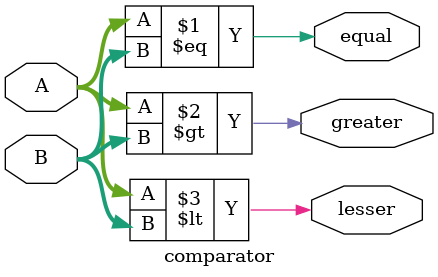
<source format=v>
module comparator(	// file.cleaned.mlir:2:3
  input  [7:0] A,	// file.cleaned.mlir:2:28
               B,	// file.cleaned.mlir:2:40
  output       equal,	// file.cleaned.mlir:2:53
               greater,	// file.cleaned.mlir:2:69
               lesser	// file.cleaned.mlir:2:87
);

  assign equal = A == B;	// file.cleaned.mlir:3:10, :6:5
  assign greater = A > B;	// file.cleaned.mlir:4:10, :6:5
  assign lesser = A < B;	// file.cleaned.mlir:5:10, :6:5
endmodule


</source>
